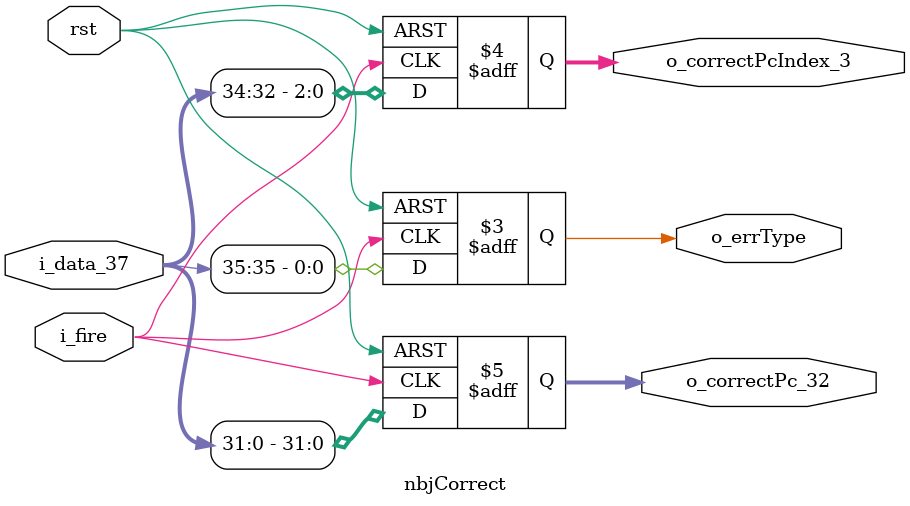
<source format=v>
module nbjCorrect (
    input i_fire,
    input rst,
    input [35:0] i_data_37,
    output reg o_errType,
    output reg [2:0] o_correctPcIndex_3,
    output reg [31:0] o_correctPc_32
);
    always @(posedge i_fire or negedge rst) begin
        if(!rst)begin
            o_errType <= 0;
            o_correctPc_32 <= 32'b0;
            o_correctPcIndex_3 <= 3'b0;
        end
        else begin
            o_correctPc_32 <= i_data_37[0+:32];
            o_correctPcIndex_3 <= i_data_37[32+:3];
            o_errType <= i_data_37[35];
        end
    end
endmodule
</source>
